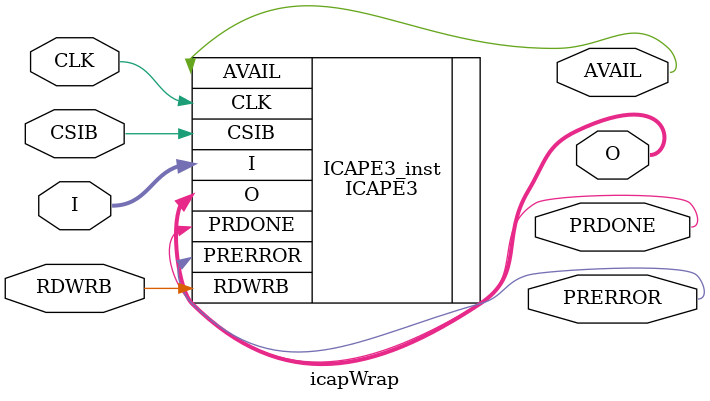
<source format=v>
`timescale 1ns / 1ps


module icapWrap(
   input  CLK,
  (* X_INTERFACE_INFO = "xilinx.com:interface:icap:1.0 ICAP avail" *)   output        AVAIL,
  (* X_INTERFACE_INFO = "xilinx.com:interface:icap:1.0 ICAP o" *)       output [31:0] O,
  (* X_INTERFACE_INFO = "xilinx.com:interface:icap:1.0 ICAP prdone" *)  output        PRDONE,
  (* X_INTERFACE_INFO = "xilinx.com:interface:icap:1.0 ICAP prerror" *) output        PRERROR,
  (* X_INTERFACE_INFO = "xilinx.com:interface:icap:1.0 ICAP csib" *)    input         CSIB,
  (* X_INTERFACE_INFO = "xilinx.com:interface:icap:1.0 ICAP i" *)       input [31:0]  I,
  (* X_INTERFACE_INFO = "xilinx.com:interface:icap:1.0 ICAP rdwrb" *)   input         RDWRB
    );
    
    

// ICAPE3: Internal Configuration Access Port
//         UltraScale
// Xilinx HDL Language Template, version 2023.2

ICAPE3 #(
   .DEVICE_ID(32'h03628093),     // Specifies the pre-programmed Device ID value to be used for simulation
                                 // purposes.
   .ICAP_AUTO_SWITCH("DISABLE"), // Enable switch ICAP using sync word.
   .SIM_CFG_FILE_NAME("NONE")    // Specifies the Raw Bitstream (RBT) file to be parsed by the simulation
                                 // model.
)
ICAPE3_inst (
   .AVAIL(AVAIL),     // 1-bit output: Availability status of ICAP.
   .O(O),             // 32-bit output: Configuration data output bus.
   .PRDONE(PRDONE),   // 1-bit output: Indicates completion of Partial Reconfiguration.
   .PRERROR(PRERROR), // 1-bit output: Indicates error during Partial Reconfiguration.
   .CLK(CLK),         // 1-bit input: Clock input.
   .CSIB(CSIB),       // 1-bit input: Active-Low ICAP enable.
   .I(I),             // 32-bit input: Configuration data input bus.
   .RDWRB(RDWRB)      // 1-bit input: Read/Write Select input.
);

// End of ICAPE3_inst instantiation
    
    
endmodule

</source>
